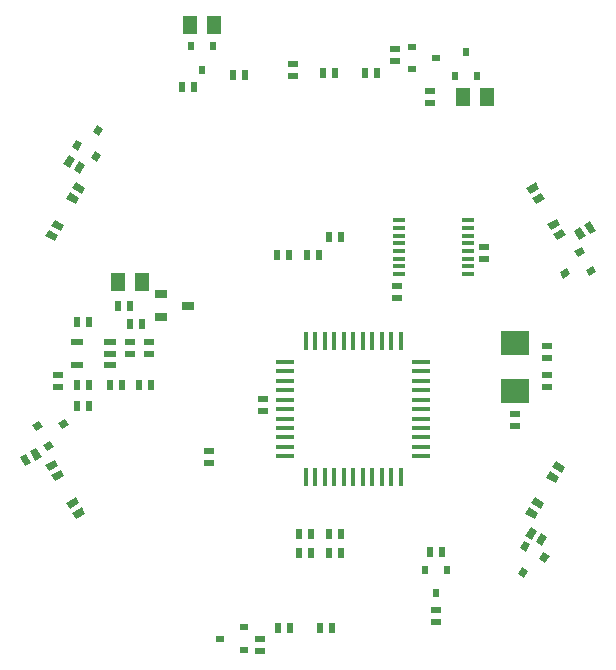
<source format=gtp>
G75*
G70*
%OFA0B0*%
%FSLAX24Y24*%
%IPPOS*%
%LPD*%
%AMOC8*
5,1,8,0,0,1.08239X$1,22.5*
%
%ADD10R,0.0591X0.0160*%
%ADD11R,0.0160X0.0591*%
%ADD12R,0.0413X0.0256*%
%ADD13R,0.0236X0.0354*%
%ADD14R,0.0453X0.0591*%
%ADD15R,0.0354X0.0236*%
%ADD16R,0.0433X0.0236*%
%ADD17R,0.0236X0.0276*%
%ADD18R,0.0394X0.0138*%
%ADD19R,0.0945X0.0787*%
%ADD20R,0.0276X0.0236*%
D10*
X012766Y010755D03*
X012766Y011070D03*
X012766Y011385D03*
X012766Y011700D03*
X012766Y012015D03*
X012766Y012330D03*
X012766Y012645D03*
X012766Y012960D03*
X012766Y013275D03*
X012766Y013590D03*
X012766Y013905D03*
X017294Y013905D03*
X017294Y013590D03*
X017294Y013275D03*
X017294Y012960D03*
X017294Y012645D03*
X017294Y012330D03*
X017294Y012015D03*
X017294Y011700D03*
X017294Y011385D03*
X017294Y011070D03*
X017294Y010755D03*
D11*
X016605Y010066D03*
X016290Y010066D03*
X015975Y010066D03*
X015660Y010066D03*
X015345Y010066D03*
X015030Y010066D03*
X014715Y010066D03*
X014400Y010066D03*
X014085Y010066D03*
X013770Y010066D03*
X013455Y010066D03*
X013455Y014594D03*
X013770Y014594D03*
X014085Y014594D03*
X014400Y014594D03*
X014715Y014594D03*
X015030Y014594D03*
X015345Y014594D03*
X015660Y014594D03*
X015975Y014594D03*
X016290Y014594D03*
X016605Y014594D03*
D12*
X009533Y015780D03*
X008627Y015406D03*
X008627Y016154D03*
D13*
X007977Y015180D03*
X007583Y015180D03*
X007577Y015780D03*
X007183Y015780D03*
X006227Y015230D03*
X005833Y015230D03*
X005833Y013130D03*
X006227Y013130D03*
X006227Y012430D03*
X005833Y012430D03*
X006933Y013130D03*
X007327Y013130D03*
X007883Y013130D03*
X008277Y013130D03*
X012483Y017480D03*
X012877Y017480D03*
X013483Y017480D03*
X013877Y017480D03*
X014233Y018080D03*
X014627Y018080D03*
X009727Y023080D03*
X009333Y023080D03*
X011033Y023480D03*
X011427Y023480D03*
X014033Y023530D03*
X014427Y023530D03*
X015433Y023530D03*
X015827Y023530D03*
X014627Y008180D03*
X014233Y008180D03*
X013627Y008180D03*
X013233Y008180D03*
X013233Y007530D03*
X013627Y007530D03*
X014233Y007530D03*
X014627Y007530D03*
X014327Y005030D03*
X013933Y005030D03*
X012927Y005030D03*
X012533Y005030D03*
X017583Y007580D03*
X017977Y007580D03*
D14*
X007974Y016580D03*
X007186Y016580D03*
X009586Y025130D03*
X010374Y025130D03*
X018686Y022730D03*
X019474Y022730D03*
D15*
G36*
X005666Y008873D02*
X005972Y009050D01*
X006090Y008847D01*
X005784Y008670D01*
X005666Y008873D01*
G37*
G36*
X005470Y009213D02*
X005776Y009390D01*
X005894Y009187D01*
X005588Y009010D01*
X005470Y009213D01*
G37*
G36*
X005390Y010097D02*
X005084Y009920D01*
X004966Y010123D01*
X005272Y010300D01*
X005390Y010097D01*
G37*
G36*
X005194Y010437D02*
X004888Y010260D01*
X004770Y010463D01*
X005076Y010640D01*
X005194Y010437D01*
G37*
G36*
X004437Y010616D02*
X004260Y010922D01*
X004463Y011040D01*
X004640Y010734D01*
X004437Y010616D01*
G37*
G36*
X004097Y010420D02*
X003920Y010726D01*
X004123Y010844D01*
X004300Y010538D01*
X004097Y010420D01*
G37*
X005180Y013083D03*
X005180Y013477D03*
X007580Y014183D03*
X007580Y014577D03*
X008230Y014577D03*
X008230Y014183D03*
X010230Y010927D03*
X010230Y010533D03*
X012030Y012283D03*
X012030Y012677D03*
X016480Y016033D03*
X016480Y016427D03*
X019380Y017333D03*
X019380Y017727D03*
G36*
X021421Y019341D02*
X021115Y019164D01*
X020997Y019367D01*
X021303Y019544D01*
X021421Y019341D01*
G37*
G36*
X021224Y019682D02*
X020918Y019505D01*
X020800Y019708D01*
X021106Y019885D01*
X021224Y019682D01*
G37*
G36*
X021500Y018496D02*
X021806Y018673D01*
X021924Y018470D01*
X021618Y018293D01*
X021500Y018496D01*
G37*
G36*
X021697Y018155D02*
X022003Y018332D01*
X022121Y018129D01*
X021815Y017952D01*
X021697Y018155D01*
G37*
G36*
X022596Y018393D02*
X022773Y018087D01*
X022570Y017969D01*
X022393Y018275D01*
X022596Y018393D01*
G37*
G36*
X022937Y018589D02*
X023114Y018283D01*
X022911Y018165D01*
X022734Y018471D01*
X022937Y018589D01*
G37*
X021480Y014427D03*
X021480Y014033D03*
X021480Y013477D03*
X021480Y013083D03*
X020430Y012177D03*
X020430Y011783D03*
G36*
X021972Y010210D02*
X021666Y010387D01*
X021784Y010590D01*
X022090Y010413D01*
X021972Y010210D01*
G37*
G36*
X021776Y009870D02*
X021470Y010047D01*
X021588Y010250D01*
X021894Y010073D01*
X021776Y009870D01*
G37*
G36*
X021084Y009390D02*
X021390Y009213D01*
X021272Y009010D01*
X020966Y009187D01*
X021084Y009390D01*
G37*
G36*
X020888Y009050D02*
X021194Y008873D01*
X021076Y008670D01*
X020770Y008847D01*
X020888Y009050D01*
G37*
G36*
X021150Y008272D02*
X020973Y007966D01*
X020770Y008084D01*
X020947Y008390D01*
X021150Y008272D01*
G37*
G36*
X021490Y008076D02*
X021313Y007770D01*
X021110Y007888D01*
X021287Y008194D01*
X021490Y008076D01*
G37*
X017780Y005627D03*
X017780Y005233D03*
X011930Y004677D03*
X011930Y004283D03*
G36*
X004888Y018300D02*
X005194Y018123D01*
X005076Y017920D01*
X004770Y018097D01*
X004888Y018300D01*
G37*
G36*
X005084Y018640D02*
X005390Y018463D01*
X005272Y018260D01*
X004966Y018437D01*
X005084Y018640D01*
G37*
G36*
X005776Y019170D02*
X005470Y019347D01*
X005588Y019550D01*
X005894Y019373D01*
X005776Y019170D01*
G37*
G36*
X005972Y019510D02*
X005666Y019687D01*
X005784Y019890D01*
X006090Y019713D01*
X005972Y019510D01*
G37*
G36*
X005710Y020288D02*
X005887Y020594D01*
X006090Y020476D01*
X005913Y020170D01*
X005710Y020288D01*
G37*
G36*
X005370Y020484D02*
X005547Y020790D01*
X005750Y020672D01*
X005573Y020366D01*
X005370Y020484D01*
G37*
X013030Y023433D03*
X013030Y023827D03*
X016430Y023933D03*
X016430Y024327D03*
X017580Y022927D03*
X017580Y022533D03*
D16*
X006931Y014554D03*
X006931Y014180D03*
X006931Y013806D03*
X005829Y013806D03*
X005829Y014554D03*
D17*
X009980Y023636D03*
X009606Y024424D03*
X010354Y024424D03*
X018406Y023436D03*
X019154Y023436D03*
X018780Y024224D03*
X018154Y006974D03*
X017780Y006186D03*
X017406Y006974D03*
D18*
X016538Y016834D03*
X016538Y017090D03*
X016538Y017346D03*
X016538Y017602D03*
X016538Y017858D03*
X016538Y018114D03*
X016538Y018370D03*
X016538Y018626D03*
X018841Y018626D03*
X018841Y018370D03*
X018841Y018114D03*
X018841Y017858D03*
X018841Y017602D03*
X018841Y017346D03*
X018841Y017090D03*
X018841Y016834D03*
D19*
X020430Y014517D03*
X020430Y012943D03*
D20*
G36*
X022261Y016820D02*
X022023Y016682D01*
X021905Y016886D01*
X022143Y017024D01*
X022261Y016820D01*
G37*
G36*
X023130Y016890D02*
X022892Y016752D01*
X022774Y016956D01*
X023012Y017094D01*
X023130Y016890D01*
G37*
G36*
X022756Y017537D02*
X022518Y017399D01*
X022400Y017603D01*
X022638Y017741D01*
X022756Y017537D01*
G37*
X016986Y023656D03*
X016986Y024404D03*
X017774Y024030D03*
G36*
X006356Y021561D02*
X006494Y021799D01*
X006698Y021681D01*
X006560Y021443D01*
X006356Y021561D01*
G37*
G36*
X005638Y021066D02*
X005776Y021304D01*
X005980Y021186D01*
X005842Y020948D01*
X005638Y021066D01*
G37*
G36*
X006286Y020692D02*
X006424Y020930D01*
X006628Y020812D01*
X006490Y020574D01*
X006286Y020692D01*
G37*
G36*
X005193Y011860D02*
X005431Y011998D01*
X005549Y011794D01*
X005311Y011656D01*
X005193Y011860D01*
G37*
G36*
X004324Y011790D02*
X004562Y011928D01*
X004680Y011724D01*
X004442Y011586D01*
X004324Y011790D01*
G37*
G36*
X004698Y011142D02*
X004936Y011280D01*
X005054Y011076D01*
X004816Y010938D01*
X004698Y011142D01*
G37*
X010586Y004680D03*
X011374Y004306D03*
X011374Y005054D03*
G36*
X020854Y006949D02*
X020716Y006711D01*
X020512Y006829D01*
X020650Y007067D01*
X020854Y006949D01*
G37*
G36*
X021572Y007444D02*
X021434Y007206D01*
X021230Y007324D01*
X021368Y007562D01*
X021572Y007444D01*
G37*
G36*
X020924Y007818D02*
X020786Y007580D01*
X020582Y007698D01*
X020720Y007936D01*
X020924Y007818D01*
G37*
M02*

</source>
